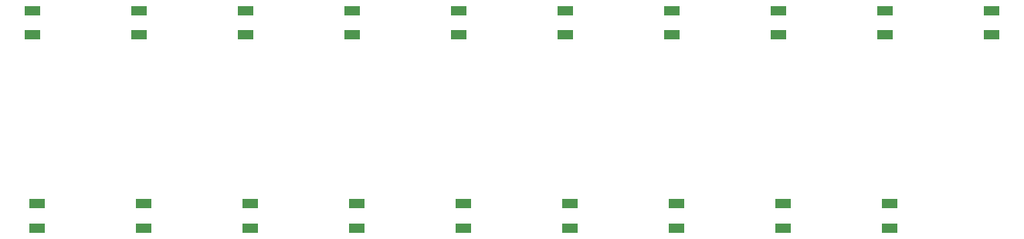
<source format=gtp>
G04*
G04 #@! TF.GenerationSoftware,Altium Limited,Altium Designer,20.1.14 (287)*
G04*
G04 Layer_Color=8421504*
%FSLAX25Y25*%
%MOIN*%
G70*
G04*
G04 #@! TF.SameCoordinates,AD4F6338-5A94-4AA3-B556-C82436557DC4*
G04*
G04*
G04 #@! TF.FilePolarity,Positive*
G04*
G01*
G75*
%ADD13R,0.07008X0.04488*%
D13*
X218000Y129528D02*
D03*
Y140000D02*
D03*
X220000Y56472D02*
D03*
X172000Y129528D02*
D03*
Y140000D02*
D03*
X356000Y129528D02*
D03*
Y140000D02*
D03*
X36000Y56472D02*
D03*
Y46000D02*
D03*
X220000D02*
D03*
X404000Y56472D02*
D03*
Y46000D02*
D03*
X34000Y140000D02*
D03*
Y129528D02*
D03*
X80000D02*
D03*
Y140000D02*
D03*
X126000Y129528D02*
D03*
Y140000D02*
D03*
X264000Y129528D02*
D03*
Y140000D02*
D03*
X448000Y129528D02*
D03*
Y140000D02*
D03*
X128000Y56472D02*
D03*
Y46000D02*
D03*
X174000Y56472D02*
D03*
Y46000D02*
D03*
X266000Y56472D02*
D03*
Y46000D02*
D03*
X312000Y56472D02*
D03*
Y46000D02*
D03*
X358000Y56472D02*
D03*
Y46000D02*
D03*
X402000Y129528D02*
D03*
Y140000D02*
D03*
X310000Y129528D02*
D03*
Y140000D02*
D03*
X82000Y56472D02*
D03*
Y46000D02*
D03*
M02*

</source>
